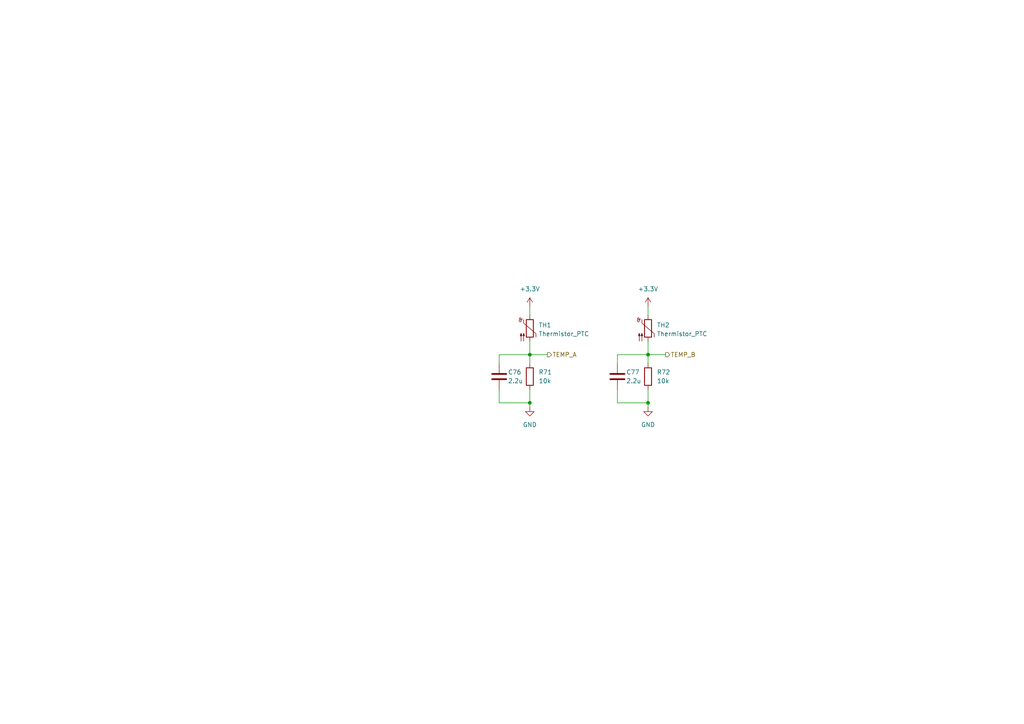
<source format=kicad_sch>
(kicad_sch (version 20211123) (generator eeschema)
  (paper "A4")
  (title_block (title "BLDC Electronic Speed Controller 1.0") (rev "ESC 1.0") (company "Electrium Mobility") (comment 1 "Temp Sensors"))
  (lib_symbols
    (symbol "Device:C" (pin_numbers hide) (pin_names (offset 0.254))
      (property "Reference" "C" (at 0.635 2.54 0))
      (property "Value" "C" (at 0.635 -2.54 0))
      (symbol "C_0_1"
        (polyline (pts (xy -2.032 -0.762) (xy 2.032 -0.762)) (stroke (width 0.508)))
        (polyline (pts (xy -2.032 0.762) (xy 2.032 0.762)) (stroke (width 0.508)))
      )
      (symbol "C_1_1"
        (pin passive line (at 0 3.81 270) (length 2.794) (name "~") (number "1"))
        (pin passive line (at 0 -3.81 90) (length 2.794) (name "~") (number "2"))
      )
    )
    (symbol "Device:R" (pin_numbers hide) (pin_names (offset 0))
      (property "Reference" "R" (at 2.032 0 90))
      (property "Value" "R" (at 0 0 90))
      (symbol "R_0_1"
        (rectangle (start -1.016 -2.54) (end 1.016 2.54) (stroke (width 0.254)))
      )
      (symbol "R_1_1"
        (pin passive line (at 0 3.81 270) (length 1.27) (name "~") (number "1"))
        (pin passive line (at 0 -3.81 90) (length 1.27) (name "~") (number "2"))
      )
    )
    (symbol "Device:Thermistor_PTC" (pin_numbers hide) (pin_names (offset 0))
      (property "Reference" "TH" (at -4.064 0 90))
      (property "Value" "Thermistor_PTC" (at 3.048 0 90))
      (symbol "Thermistor_PTC_0_1"
        (arc (start -3.048 2.159) (mid -3.0495 2.3143) (end -3.175 2.413))
        (arc (start -3.048 2.159) (mid -2.9736 1.9794) (end -2.794 1.905))
        (arc (start -3.048 2.794) (mid -2.9736 2.6144) (end -2.794 2.54))
        (arc (start -2.794 1.905) (mid -2.6144 1.9794) (end -2.54 2.159))
        (arc (start -2.794 2.54) (mid -2.4393 2.5587) (end -2.159 2.794))
        (arc (start -2.794 3.048) (mid -2.9736 2.9736) (end -3.048 2.794))
        (arc (start -2.54 2.794) (mid -2.6144 2.9736) (end -2.794 3.048))
        (rectangle (start -1.016 2.54) (end 1.016 -2.54) (stroke (width 0.254)))
        (polyline (pts (xy -2.54 2.159) (xy -2.54 2.794)))
        (polyline (pts (xy -1.778 2.54) (xy -1.778 1.524) (xy 1.778 -1.524) (xy 1.778 -2.54)))
        (polyline (pts (xy -2.54 -3.683) (xy -2.54 -1.397) (xy -2.794 -2.159) (xy -2.286 -2.159) (xy -2.54 -1.397) (xy -2.54 -1.651)) (fill (type outline)))
        (polyline (pts (xy -1.778 -3.683) (xy -1.778 -1.397) (xy -2.032 -2.159) (xy -1.524 -2.159) (xy -1.778 -1.397) (xy -1.778 -1.651)) (fill (type outline)))
      )
      (symbol "Thermistor_PTC_1_1"
        (pin passive line (at 0 3.81 270) (length 1.27) (name "~") (number "1"))
        (pin passive line (at 0 -3.81 90) (length 1.27) (name "~") (number "2"))
      )
    )
    (symbol "power:+3.3V" (power) (pin_names (offset 0))
      (property "Value" "+3.3V" (at 0 3.556 0))
      (symbol "+3.3V_0_1"
        (polyline (pts (xy -0.762 1.27) (xy 0 2.54)))
        (polyline (pts (xy 0 0) (xy 0 2.54)))
        (polyline (pts (xy 0 2.54) (xy 0.762 1.27)))
      )
      (symbol "+3.3V_1_1"
        (pin power_in line (at 0 0 90) (length 0) hide (name "+3.3V") (number "1"))
      )
    )
    (symbol "power:GND" (power) (pin_names (offset 0))
      (property "Value" "GND" (at 0 -3.81 0))
      (symbol "GND_0_1"
        (polyline (pts (xy 0 0) (xy 0 -1.27) (xy 1.27 -1.27) (xy 0 -2.54) (xy -1.27 -1.27) (xy 0 -1.27)))
      )
      (symbol "GND_1_1"
        (pin power_in line (at 0 0 270) (length 0) hide (name "GND") (number "1"))
      )
    )
  )
  (junction (at 153.67 116.84))
  (junction (at 187.96 102.87))
  (junction (at 153.67 102.87))
  (junction (at 187.96 116.84))
  (wire (pts (xy 187.96 116.84) (xy 187.96 118.11)))
  (wire (pts (xy 153.67 102.87) (xy 158.75 102.87)))
  (wire (pts (xy 153.67 88.9) (xy 153.67 91.44)))
  (wire (pts (xy 153.67 113.03) (xy 153.67 116.84)))
  (wire (pts (xy 179.07 113.03) (xy 179.07 116.84)))
  (wire (pts (xy 153.67 102.87) (xy 153.67 105.41)))
  (wire (pts (xy 179.07 105.41) (xy 179.07 102.87)))
  (wire (pts (xy 187.96 102.87) (xy 187.96 105.41)))
  (wire (pts (xy 153.67 116.84) (xy 153.67 118.11)))
  (wire (pts (xy 144.78 113.03) (xy 144.78 116.84)))
  (wire (pts (xy 187.96 113.03) (xy 187.96 116.84)))
  (wire (pts (xy 187.96 88.9) (xy 187.96 91.44)))
  (wire (pts (xy 144.78 105.41) (xy 144.78 102.87)))
  (wire (pts (xy 179.07 102.87) (xy 187.96 102.87)))
  (wire (pts (xy 144.78 116.84) (xy 153.67 116.84)))
  (wire (pts (xy 187.96 99.06) (xy 187.96 102.87)))
  (wire (pts (xy 179.07 116.84) (xy 187.96 116.84)))
  (wire (pts (xy 187.96 102.87) (xy 193.04 102.87)))
  (wire (pts (xy 153.67 99.06) (xy 153.67 102.87)))
  (wire (pts (xy 144.78 102.87) (xy 153.67 102.87)))
  (hierarchical_label "TEMP_B" (shape output) (at 193.04 102.87 0))
  (hierarchical_label "TEMP_A" (shape output) (at 158.75 102.87 0))
  (symbol (lib_id "power:GND") (at 153.67 118.11 0) (unit 1)
    (property "Reference" "#PWR076" (effects hide))
    (property "Value" "GND" (at 153.67 123.19 0))
  )
  (symbol (lib_id "Device:Thermistor_PTC") (at 187.96 95.25 0) (unit 1)
    (property "Reference" "TH2" (at 190.5 94.2974 0) (effects (justify left)))
    (property "Value" "Thermistor_PTC" (at 190.5 96.8374 0) (effects (justify left)))
    (property "Footprint" "Resistor_SMD:R_0603_1608Metric" (effects hide))
  )
  (symbol (lib_id "Device:R") (at 153.67 109.22 0) (unit 1)
    (property "Reference" "R71" (at 156.21 107.9499 0) (effects (justify left)))
    (property "Value" "10k" (at 156.21 110.4899 0) (effects (justify left)))
    (property "Footprint" "Resistor_SMD:R_0603_1608Metric" (effects hide))
  )
  (symbol (lib_id "Device:C") (at 179.07 109.22 0) (unit 1)
    (property "Reference" "C77" (at 181.61 107.95 0) (effects (justify left)))
    (property "Value" "2.2u" (at 181.61 110.49 0) (effects (justify left)))
    (property "Footprint" "Capacitor_SMD:C_0603_1608Metric" (effects hide))
  )
  (symbol (lib_id "power:GND") (at 187.96 118.11 0) (unit 1)
    (property "Reference" "#PWR077" (effects hide))
    (property "Value" "GND" (at 187.96 123.19 0))
  )
  (symbol (lib_id "power:+3.3V") (at 153.67 88.9 0) (unit 1)
    (property "Reference" "#PWR074" (effects hide))
    (property "Value" "+3.3V" (at 153.67 83.82 0))
  )
  (symbol (lib_id "power:+3.3V") (at 187.96 88.9 0) (unit 1)
    (property "Reference" "#PWR075" (effects hide))
    (property "Value" "+3.3V" (at 187.96 83.82 0))
  )
  (symbol (lib_id "Device:C") (at 144.78 109.22 0) (unit 1)
    (property "Reference" "C76" (at 147.32 107.95 0) (effects (justify left)))
    (property "Value" "2.2u" (at 147.32 110.49 0) (effects (justify left)))
    (property "Footprint" "Capacitor_SMD:C_0603_1608Metric" (effects hide))
  )
  (symbol (lib_id "Device:Thermistor_PTC") (at 153.67 95.25 0) (unit 1)
    (property "Reference" "TH1" (at 156.21 94.2974 0) (effects (justify left)))
    (property "Value" "Thermistor_PTC" (at 156.21 96.8374 0) (effects (justify left)))
    (property "Footprint" "Resistor_SMD:R_0603_1608Metric" (effects hide))
  )
  (symbol (lib_id "Device:R") (at 187.96 109.22 0) (unit 1)
    (property "Reference" "R72" (at 190.5 107.9499 0) (effects (justify left)))
    (property "Value" "10k" (at 190.5 110.4899 0) (effects (justify left)))
    (property "Footprint" "Resistor_SMD:R_0603_1608Metric" (effects hide))
  )
)
</source>
